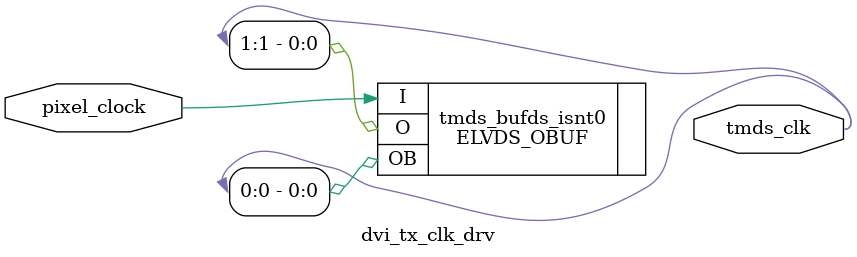
<source format=v>
module dvi_tx_clk_drv(
	
	input				pixel_clock,
	output	[1 : 0]		tmds_clk
);
	
	wire tmds_clk_pre;
	
	ELVDS_OBUF tmds_bufds_isnt0 (
		.I(pixel_clock),
		.O(tmds_clk[1]),
		.OB(tmds_clk[0])
	);
	
endmodule

</source>
